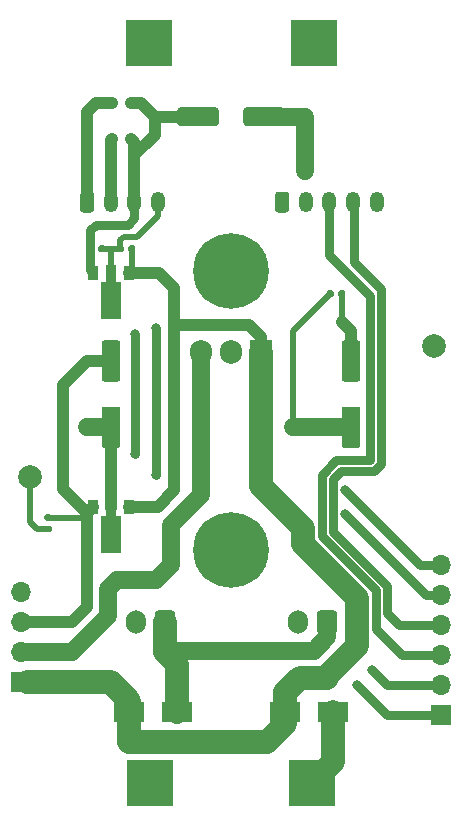
<source format=gtl>
G04 #@! TF.GenerationSoftware,KiCad,Pcbnew,(5.1.10-1-10_14)*
G04 #@! TF.CreationDate,2021-12-02T22:50:33+01:00*
G04 #@! TF.ProjectId,Power-Zauberling,506f7765-722d-45a6-9175-6265726c696e,rev?*
G04 #@! TF.SameCoordinates,Original*
G04 #@! TF.FileFunction,Copper,L1,Top*
G04 #@! TF.FilePolarity,Positive*
%FSLAX46Y46*%
G04 Gerber Fmt 4.6, Leading zero omitted, Abs format (unit mm)*
G04 Created by KiCad (PCBNEW (5.1.10-1-10_14)) date 2021-12-02 22:50:33*
%MOMM*%
%LPD*%
G01*
G04 APERTURE LIST*
G04 #@! TA.AperFunction,ComponentPad*
%ADD10C,0.800000*%
G04 #@! TD*
G04 #@! TA.AperFunction,ComponentPad*
%ADD11C,6.400000*%
G04 #@! TD*
G04 #@! TA.AperFunction,ComponentPad*
%ADD12C,2.000000*%
G04 #@! TD*
G04 #@! TA.AperFunction,ComponentPad*
%ADD13R,4.000000X4.000000*%
G04 #@! TD*
G04 #@! TA.AperFunction,ComponentPad*
%ADD14O,1.905000X2.000000*%
G04 #@! TD*
G04 #@! TA.AperFunction,ComponentPad*
%ADD15R,1.905000X2.000000*%
G04 #@! TD*
G04 #@! TA.AperFunction,ComponentPad*
%ADD16O,1.700000X1.700000*%
G04 #@! TD*
G04 #@! TA.AperFunction,ComponentPad*
%ADD17R,1.700000X1.700000*%
G04 #@! TD*
G04 #@! TA.AperFunction,SMDPad,CuDef*
%ADD18C,0.100000*%
G04 #@! TD*
G04 #@! TA.AperFunction,SMDPad,CuDef*
%ADD19R,0.900000X1.300000*%
G04 #@! TD*
G04 #@! TA.AperFunction,SMDPad,CuDef*
%ADD20R,2.500000X1.800000*%
G04 #@! TD*
G04 #@! TA.AperFunction,ComponentPad*
%ADD21O,1.200000X1.750000*%
G04 #@! TD*
G04 #@! TA.AperFunction,ComponentPad*
%ADD22O,1.700000X2.000000*%
G04 #@! TD*
G04 #@! TA.AperFunction,ViaPad*
%ADD23C,0.800000*%
G04 #@! TD*
G04 #@! TA.AperFunction,Conductor*
%ADD24C,2.000000*%
G04 #@! TD*
G04 #@! TA.AperFunction,Conductor*
%ADD25C,1.000000*%
G04 #@! TD*
G04 #@! TA.AperFunction,Conductor*
%ADD26C,0.500000*%
G04 #@! TD*
G04 #@! TA.AperFunction,Conductor*
%ADD27C,0.750000*%
G04 #@! TD*
G04 #@! TA.AperFunction,Conductor*
%ADD28C,1.500000*%
G04 #@! TD*
G04 APERTURE END LIST*
D10*
X154097056Y-86186944D03*
X152400000Y-85484000D03*
X150702944Y-86186944D03*
X150000000Y-87884000D03*
X150702944Y-89581056D03*
X152400000Y-90284000D03*
X154097056Y-89581056D03*
X154800000Y-87884000D03*
D11*
X152400000Y-87884000D03*
D10*
X154097056Y-62564944D03*
X152400000Y-61862000D03*
X150702944Y-62564944D03*
X150000000Y-64262000D03*
X150702944Y-65959056D03*
X152400000Y-66662000D03*
X154097056Y-65959056D03*
X154800000Y-64262000D03*
D11*
X152400000Y-64262000D03*
D12*
X169545000Y-70612000D03*
X135382000Y-81661000D03*
D13*
X145542000Y-107569000D03*
X159258000Y-107569000D03*
X145415000Y-44958000D03*
X159385000Y-44958000D03*
D14*
X149860000Y-71120000D03*
X152400000Y-71120000D03*
D15*
X154940000Y-71120000D03*
D16*
X134620000Y-91440000D03*
X134620000Y-93980000D03*
X134620000Y-96520000D03*
D17*
X134620000Y-99060000D03*
G04 #@! TA.AperFunction,SMDPad,CuDef*
G36*
G01*
X161090000Y-65997000D02*
X161090000Y-66337000D01*
G75*
G02*
X160950000Y-66477000I-140000J0D01*
G01*
X160670000Y-66477000D01*
G75*
G02*
X160530000Y-66337000I0J140000D01*
G01*
X160530000Y-65997000D01*
G75*
G02*
X160670000Y-65857000I140000J0D01*
G01*
X160950000Y-65857000D01*
G75*
G02*
X161090000Y-65997000I0J-140000D01*
G01*
G37*
G04 #@! TD.AperFunction*
G04 #@! TA.AperFunction,SMDPad,CuDef*
G36*
G01*
X162050000Y-65997000D02*
X162050000Y-66337000D01*
G75*
G02*
X161910000Y-66477000I-140000J0D01*
G01*
X161630000Y-66477000D01*
G75*
G02*
X161490000Y-66337000I0J140000D01*
G01*
X161490000Y-65997000D01*
G75*
G02*
X161630000Y-65857000I140000J0D01*
G01*
X161910000Y-65857000D01*
G75*
G02*
X162050000Y-65997000I0J-140000D01*
G01*
G37*
G04 #@! TD.AperFunction*
G04 #@! TA.AperFunction,SMDPad,CuDef*
D18*
G36*
X141373500Y-68340000D02*
G01*
X141373500Y-65215000D01*
X141790000Y-65215000D01*
X141790000Y-63740000D01*
X142690000Y-63740000D01*
X142690000Y-65215000D01*
X143106500Y-65215000D01*
X143106500Y-68340000D01*
X141373500Y-68340000D01*
G37*
G04 #@! TD.AperFunction*
D19*
X140740000Y-64390000D03*
X143740000Y-64390000D03*
G04 #@! TA.AperFunction,SMDPad,CuDef*
D18*
G36*
X141373500Y-88152000D02*
G01*
X141373500Y-85027000D01*
X141790000Y-85027000D01*
X141790000Y-83552000D01*
X142690000Y-83552000D01*
X142690000Y-85027000D01*
X143106500Y-85027000D01*
X143106500Y-88152000D01*
X141373500Y-88152000D01*
G37*
G04 #@! TD.AperFunction*
D19*
X140740000Y-84202000D03*
X143740000Y-84202000D03*
D20*
X161004000Y-101600000D03*
X157004000Y-101600000D03*
X147796000Y-101600000D03*
X143796000Y-101600000D03*
G04 #@! TA.AperFunction,SMDPad,CuDef*
G36*
G01*
X141170000Y-62527000D02*
X141170000Y-62187000D01*
G75*
G02*
X141310000Y-62047000I140000J0D01*
G01*
X141590000Y-62047000D01*
G75*
G02*
X141730000Y-62187000I0J-140000D01*
G01*
X141730000Y-62527000D01*
G75*
G02*
X141590000Y-62667000I-140000J0D01*
G01*
X141310000Y-62667000D01*
G75*
G02*
X141170000Y-62527000I0J140000D01*
G01*
G37*
G04 #@! TD.AperFunction*
G04 #@! TA.AperFunction,SMDPad,CuDef*
G36*
G01*
X140210000Y-62527000D02*
X140210000Y-62187000D01*
G75*
G02*
X140350000Y-62047000I140000J0D01*
G01*
X140630000Y-62047000D01*
G75*
G02*
X140770000Y-62187000I0J-140000D01*
G01*
X140770000Y-62527000D01*
G75*
G02*
X140630000Y-62667000I-140000J0D01*
G01*
X140350000Y-62667000D01*
G75*
G02*
X140210000Y-62527000I0J140000D01*
G01*
G37*
G04 #@! TD.AperFunction*
G04 #@! TA.AperFunction,SMDPad,CuDef*
G36*
G01*
X136736000Y-85798000D02*
X137076000Y-85798000D01*
G75*
G02*
X137216000Y-85938000I0J-140000D01*
G01*
X137216000Y-86218000D01*
G75*
G02*
X137076000Y-86358000I-140000J0D01*
G01*
X136736000Y-86358000D01*
G75*
G02*
X136596000Y-86218000I0J140000D01*
G01*
X136596000Y-85938000D01*
G75*
G02*
X136736000Y-85798000I140000J0D01*
G01*
G37*
G04 #@! TD.AperFunction*
G04 #@! TA.AperFunction,SMDPad,CuDef*
G36*
G01*
X136736000Y-84838000D02*
X137076000Y-84838000D01*
G75*
G02*
X137216000Y-84978000I0J-140000D01*
G01*
X137216000Y-85258000D01*
G75*
G02*
X137076000Y-85398000I-140000J0D01*
G01*
X136736000Y-85398000D01*
G75*
G02*
X136596000Y-85258000I0J140000D01*
G01*
X136596000Y-84978000D01*
G75*
G02*
X136736000Y-84838000I140000J0D01*
G01*
G37*
G04 #@! TD.AperFunction*
G04 #@! TA.AperFunction,SMDPad,CuDef*
G36*
G01*
X153450000Y-51731000D02*
X153450000Y-50631000D01*
G75*
G02*
X153700000Y-50381000I250000J0D01*
G01*
X156700000Y-50381000D01*
G75*
G02*
X156950000Y-50631000I0J-250000D01*
G01*
X156950000Y-51731000D01*
G75*
G02*
X156700000Y-51981000I-250000J0D01*
G01*
X153700000Y-51981000D01*
G75*
G02*
X153450000Y-51731000I0J250000D01*
G01*
G37*
G04 #@! TD.AperFunction*
G04 #@! TA.AperFunction,SMDPad,CuDef*
G36*
G01*
X147850000Y-51731000D02*
X147850000Y-50631000D01*
G75*
G02*
X148100000Y-50381000I250000J0D01*
G01*
X151100000Y-50381000D01*
G75*
G02*
X151350000Y-50631000I0J-250000D01*
G01*
X151350000Y-51731000D01*
G75*
G02*
X151100000Y-51981000I-250000J0D01*
G01*
X148100000Y-51981000D01*
G75*
G02*
X147850000Y-51731000I0J250000D01*
G01*
G37*
G04 #@! TD.AperFunction*
G04 #@! TA.AperFunction,SMDPad,CuDef*
G36*
G01*
X162010000Y-75726000D02*
X163110000Y-75726000D01*
G75*
G02*
X163360000Y-75976000I0J-250000D01*
G01*
X163360000Y-78976000D01*
G75*
G02*
X163110000Y-79226000I-250000J0D01*
G01*
X162010000Y-79226000D01*
G75*
G02*
X161760000Y-78976000I0J250000D01*
G01*
X161760000Y-75976000D01*
G75*
G02*
X162010000Y-75726000I250000J0D01*
G01*
G37*
G04 #@! TD.AperFunction*
G04 #@! TA.AperFunction,SMDPad,CuDef*
G36*
G01*
X162010000Y-70126000D02*
X163110000Y-70126000D01*
G75*
G02*
X163360000Y-70376000I0J-250000D01*
G01*
X163360000Y-73376000D01*
G75*
G02*
X163110000Y-73626000I-250000J0D01*
G01*
X162010000Y-73626000D01*
G75*
G02*
X161760000Y-73376000I0J250000D01*
G01*
X161760000Y-70376000D01*
G75*
G02*
X162010000Y-70126000I250000J0D01*
G01*
G37*
G04 #@! TD.AperFunction*
G04 #@! TA.AperFunction,SMDPad,CuDef*
G36*
G01*
X143310000Y-62187000D02*
X143310000Y-62527000D01*
G75*
G02*
X143170000Y-62667000I-140000J0D01*
G01*
X142890000Y-62667000D01*
G75*
G02*
X142750000Y-62527000I0J140000D01*
G01*
X142750000Y-62187000D01*
G75*
G02*
X142890000Y-62047000I140000J0D01*
G01*
X143170000Y-62047000D01*
G75*
G02*
X143310000Y-62187000I0J-140000D01*
G01*
G37*
G04 #@! TD.AperFunction*
G04 #@! TA.AperFunction,SMDPad,CuDef*
G36*
G01*
X144270000Y-62187000D02*
X144270000Y-62527000D01*
G75*
G02*
X144130000Y-62667000I-140000J0D01*
G01*
X143850000Y-62667000D01*
G75*
G02*
X143710000Y-62527000I0J140000D01*
G01*
X143710000Y-62187000D01*
G75*
G02*
X143850000Y-62047000I140000J0D01*
G01*
X144130000Y-62047000D01*
G75*
G02*
X144270000Y-62187000I0J-140000D01*
G01*
G37*
G04 #@! TD.AperFunction*
G04 #@! TA.AperFunction,SMDPad,CuDef*
G36*
G01*
X141690000Y-75726000D02*
X142790000Y-75726000D01*
G75*
G02*
X143040000Y-75976000I0J-250000D01*
G01*
X143040000Y-78976000D01*
G75*
G02*
X142790000Y-79226000I-250000J0D01*
G01*
X141690000Y-79226000D01*
G75*
G02*
X141440000Y-78976000I0J250000D01*
G01*
X141440000Y-75976000D01*
G75*
G02*
X141690000Y-75726000I250000J0D01*
G01*
G37*
G04 #@! TD.AperFunction*
G04 #@! TA.AperFunction,SMDPad,CuDef*
G36*
G01*
X141690000Y-70126000D02*
X142790000Y-70126000D01*
G75*
G02*
X143040000Y-70376000I0J-250000D01*
G01*
X143040000Y-73376000D01*
G75*
G02*
X142790000Y-73626000I-250000J0D01*
G01*
X141690000Y-73626000D01*
G75*
G02*
X141440000Y-73376000I0J250000D01*
G01*
X141440000Y-70376000D01*
G75*
G02*
X141690000Y-70126000I250000J0D01*
G01*
G37*
G04 #@! TD.AperFunction*
G04 #@! TA.AperFunction,SMDPad,CuDef*
G36*
G01*
X143554000Y-50313000D02*
X143554000Y-49763000D01*
G75*
G02*
X143754000Y-49563000I200000J0D01*
G01*
X144154000Y-49563000D01*
G75*
G02*
X144354000Y-49763000I0J-200000D01*
G01*
X144354000Y-50313000D01*
G75*
G02*
X144154000Y-50513000I-200000J0D01*
G01*
X143754000Y-50513000D01*
G75*
G02*
X143554000Y-50313000I0J200000D01*
G01*
G37*
G04 #@! TD.AperFunction*
G04 #@! TA.AperFunction,SMDPad,CuDef*
G36*
G01*
X141904000Y-50313000D02*
X141904000Y-49763000D01*
G75*
G02*
X142104000Y-49563000I200000J0D01*
G01*
X142504000Y-49563000D01*
G75*
G02*
X142704000Y-49763000I0J-200000D01*
G01*
X142704000Y-50313000D01*
G75*
G02*
X142504000Y-50513000I-200000J0D01*
G01*
X142104000Y-50513000D01*
G75*
G02*
X141904000Y-50313000I0J200000D01*
G01*
G37*
G04 #@! TD.AperFunction*
G04 #@! TA.AperFunction,SMDPad,CuDef*
G36*
G01*
X143554000Y-53361000D02*
X143554000Y-52811000D01*
G75*
G02*
X143754000Y-52611000I200000J0D01*
G01*
X144154000Y-52611000D01*
G75*
G02*
X144354000Y-52811000I0J-200000D01*
G01*
X144354000Y-53361000D01*
G75*
G02*
X144154000Y-53561000I-200000J0D01*
G01*
X143754000Y-53561000D01*
G75*
G02*
X143554000Y-53361000I0J200000D01*
G01*
G37*
G04 #@! TD.AperFunction*
G04 #@! TA.AperFunction,SMDPad,CuDef*
G36*
G01*
X141904000Y-53361000D02*
X141904000Y-52811000D01*
G75*
G02*
X142104000Y-52611000I200000J0D01*
G01*
X142504000Y-52611000D01*
G75*
G02*
X142704000Y-52811000I0J-200000D01*
G01*
X142704000Y-53361000D01*
G75*
G02*
X142504000Y-53561000I-200000J0D01*
G01*
X142104000Y-53561000D01*
G75*
G02*
X141904000Y-53361000I0J200000D01*
G01*
G37*
G04 #@! TD.AperFunction*
D21*
X146208000Y-58420000D03*
X144208000Y-58420000D03*
X142208000Y-58420000D03*
G04 #@! TA.AperFunction,ComponentPad*
G36*
G01*
X139608000Y-59045001D02*
X139608000Y-57794999D01*
G75*
G02*
X139857999Y-57545000I249999J0D01*
G01*
X140558001Y-57545000D01*
G75*
G02*
X140808000Y-57794999I0J-249999D01*
G01*
X140808000Y-59045001D01*
G75*
G02*
X140558001Y-59295000I-249999J0D01*
G01*
X139857999Y-59295000D01*
G75*
G02*
X139608000Y-59045001I0J249999D01*
G01*
G37*
G04 #@! TD.AperFunction*
X164718000Y-58420000D03*
X162718000Y-58420000D03*
X160718000Y-58420000D03*
X158718000Y-58420000D03*
G04 #@! TA.AperFunction,ComponentPad*
G36*
G01*
X156118000Y-59045001D02*
X156118000Y-57794999D01*
G75*
G02*
X156367999Y-57545000I249999J0D01*
G01*
X157068001Y-57545000D01*
G75*
G02*
X157318000Y-57794999I0J-249999D01*
G01*
X157318000Y-59045001D01*
G75*
G02*
X157068001Y-59295000I-249999J0D01*
G01*
X156367999Y-59295000D01*
G75*
G02*
X156118000Y-59045001I0J249999D01*
G01*
G37*
G04 #@! TD.AperFunction*
D22*
X158028000Y-93980000D03*
G04 #@! TA.AperFunction,ComponentPad*
G36*
G01*
X161378000Y-93230000D02*
X161378000Y-94730000D01*
G75*
G02*
X161128000Y-94980000I-250000J0D01*
G01*
X159928000Y-94980000D01*
G75*
G02*
X159678000Y-94730000I0J250000D01*
G01*
X159678000Y-93230000D01*
G75*
G02*
X159928000Y-92980000I250000J0D01*
G01*
X161128000Y-92980000D01*
G75*
G02*
X161378000Y-93230000I0J-250000D01*
G01*
G37*
G04 #@! TD.AperFunction*
D16*
X170180000Y-89154000D03*
X170180000Y-91694000D03*
X170180000Y-94234000D03*
X170180000Y-96774000D03*
X170180000Y-99314000D03*
D17*
X170180000Y-101854000D03*
D22*
X144312000Y-93980000D03*
G04 #@! TA.AperFunction,ComponentPad*
G36*
G01*
X147662000Y-93230000D02*
X147662000Y-94730000D01*
G75*
G02*
X147412000Y-94980000I-250000J0D01*
G01*
X146212000Y-94980000D01*
G75*
G02*
X145962000Y-94730000I0J250000D01*
G01*
X145962000Y-93230000D01*
G75*
G02*
X146212000Y-92980000I250000J0D01*
G01*
X147412000Y-92980000D01*
G75*
G02*
X147662000Y-93230000I0J-250000D01*
G01*
G37*
G04 #@! TD.AperFunction*
D23*
X145669000Y-84201000D03*
X161798000Y-68580000D03*
X164338000Y-98044000D03*
X146050000Y-69088000D03*
X146050000Y-81534000D03*
X162052000Y-84836000D03*
X144272000Y-69596000D03*
X144272000Y-79756000D03*
X162052000Y-82804000D03*
X162052000Y-82804000D03*
X163068000Y-99314000D03*
X157607000Y-77470000D03*
X140208000Y-77470000D03*
X158623000Y-55753000D03*
D24*
X143764000Y-101632000D02*
X143796000Y-101600000D01*
X155448000Y-104140000D02*
X143764000Y-104140000D01*
X157004000Y-102584000D02*
X155448000Y-104140000D01*
X143764000Y-104140000D02*
X143764000Y-101632000D01*
D25*
X143796000Y-100616000D02*
X143796000Y-101600000D01*
X157004000Y-101600000D02*
X157004000Y-101060000D01*
D26*
X143994000Y-62361000D02*
X143990000Y-62357000D01*
D24*
X135128000Y-99060000D02*
X142240000Y-99060000D01*
X142240000Y-99060000D02*
X143796000Y-100616000D01*
D25*
X143741000Y-84201000D02*
X143740000Y-84202000D01*
X145669000Y-84201000D02*
X143741000Y-84201000D01*
X147574000Y-68834000D02*
X147574000Y-65659000D01*
X146305000Y-64390000D02*
X143740000Y-64390000D01*
X147574000Y-65659000D02*
X146305000Y-64390000D01*
D24*
X154940000Y-71247000D02*
X154940000Y-71120000D01*
D25*
X154940000Y-71120000D02*
X154940000Y-69850000D01*
X153924000Y-68834000D02*
X147574000Y-68834000D01*
X154940000Y-69850000D02*
X153924000Y-68834000D01*
X147574000Y-68834000D02*
X147574000Y-82804000D01*
X146177000Y-84201000D02*
X145669000Y-84201000D01*
X147574000Y-82804000D02*
X146177000Y-84201000D01*
D26*
X143990000Y-64140000D02*
X143740000Y-64390000D01*
X143990000Y-62357000D02*
X143990000Y-64140000D01*
D24*
X154940000Y-82423000D02*
X154940000Y-71120000D01*
X158496000Y-87376000D02*
X158496000Y-85979000D01*
X163068000Y-91948000D02*
X158496000Y-87376000D01*
X163068000Y-96012000D02*
X163068000Y-91948000D01*
X158496000Y-85979000D02*
X154940000Y-82423000D01*
X160519176Y-98679000D02*
X160519176Y-98560824D01*
X157004000Y-99917000D02*
X158242000Y-98679000D01*
X160519176Y-98560824D02*
X163068000Y-96012000D01*
X158242000Y-98679000D02*
X160519176Y-98679000D01*
X157004000Y-101600000D02*
X157004000Y-99917000D01*
D25*
X140208000Y-84734000D02*
X140740000Y-84202000D01*
X140208000Y-92710000D02*
X140208000Y-84734000D01*
X138938000Y-93980000D02*
X140208000Y-92710000D01*
X135128000Y-93980000D02*
X138938000Y-93980000D01*
D26*
X139824000Y-85118000D02*
X140208000Y-84734000D01*
X136906000Y-85118000D02*
X139824000Y-85118000D01*
D25*
X140722000Y-71876000D02*
X142240000Y-71876000D01*
X140722000Y-71876000D02*
X140468000Y-71876000D01*
X140722000Y-71876000D02*
X140214000Y-71876000D01*
X140214000Y-71876000D02*
X138176000Y-73914000D01*
X138176000Y-82702000D02*
X140208000Y-84734000D01*
X138176000Y-73914000D02*
X138176000Y-82702000D01*
D27*
X140490000Y-64140000D02*
X140490000Y-62357000D01*
X140740000Y-64390000D02*
X140490000Y-64140000D01*
X140490000Y-62357000D02*
X140490000Y-60805000D01*
X140490000Y-60805000D02*
X140970000Y-60325000D01*
X140970000Y-60325000D02*
X143637000Y-60325000D01*
X143637000Y-60325000D02*
X144208500Y-59753500D01*
X144208000Y-59753000D02*
X144208000Y-58420000D01*
X144208500Y-59753500D02*
X144208000Y-59753000D01*
D25*
X144208000Y-53340000D02*
X143954000Y-53086000D01*
X143954000Y-50038000D02*
X144780000Y-50038000D01*
X145923000Y-51181000D02*
X149600000Y-51181000D01*
X144780000Y-50038000D02*
X145923000Y-51181000D01*
X145923000Y-51181000D02*
X145923000Y-52705000D01*
X145923000Y-52705000D02*
X144208000Y-54420000D01*
X144208000Y-54420000D02*
X144208000Y-53340000D01*
X144208000Y-58420000D02*
X144208000Y-54420000D01*
X162560000Y-71876000D02*
X162560000Y-69342000D01*
X162560000Y-69342000D02*
X161798000Y-68580000D01*
X161798000Y-68580000D02*
X161798000Y-68580000D01*
D28*
X142748000Y-90424000D02*
X146050000Y-90424000D01*
X141986000Y-91186000D02*
X142748000Y-90424000D01*
X146050000Y-90424000D02*
X147320000Y-89154000D01*
X135128000Y-96520000D02*
X138938000Y-96520000D01*
X141986000Y-93472000D02*
X141986000Y-91186000D01*
X138938000Y-96520000D02*
X141986000Y-93472000D01*
X149860000Y-71120000D02*
X149860000Y-83185000D01*
X147320000Y-85725000D02*
X147320000Y-89154000D01*
X149860000Y-83185000D02*
X147320000Y-85725000D01*
D26*
X161798000Y-66195000D02*
X161770000Y-66167000D01*
X161798000Y-68580000D02*
X161798000Y-66195000D01*
D27*
X170180000Y-99314000D02*
X165608000Y-99314000D01*
X165608000Y-99314000D02*
X164338000Y-98044000D01*
X164338000Y-98044000D02*
X164338000Y-98044000D01*
D25*
X142208000Y-53182000D02*
X142304000Y-53086000D01*
X142208000Y-58420000D02*
X142208000Y-53182000D01*
D27*
X146050000Y-69088000D02*
X146050000Y-81534000D01*
X146050000Y-81534000D02*
X146050000Y-81534000D01*
X162052000Y-84836000D02*
X168910000Y-91694000D01*
X168910000Y-91694000D02*
X170180000Y-91694000D01*
D25*
X140208000Y-58420000D02*
X140208000Y-50800000D01*
X140970000Y-50038000D02*
X142304000Y-50038000D01*
X140208000Y-50800000D02*
X140970000Y-50038000D01*
D27*
X144272000Y-69596000D02*
X144272000Y-79756000D01*
X144272000Y-79756000D02*
X144272000Y-79756000D01*
X162052000Y-82804000D02*
X168402000Y-89154000D01*
X168402000Y-89154000D02*
X170180000Y-89154000D01*
D24*
X147796000Y-101600000D02*
X147796000Y-97568000D01*
X147796000Y-97568000D02*
X147828000Y-97536000D01*
X146812000Y-93980000D02*
X146812000Y-96520000D01*
X146812000Y-96520000D02*
X147828000Y-97536000D01*
D28*
X159385000Y-96393000D02*
X146939000Y-96393000D01*
X146939000Y-96393000D02*
X146812000Y-96520000D01*
X160528000Y-95250000D02*
X159385000Y-96393000D01*
X160528000Y-93980000D02*
X160528000Y-95250000D01*
D24*
X161004000Y-105823000D02*
X159258000Y-107569000D01*
X161004000Y-101600000D02*
X161004000Y-105823000D01*
D27*
X168983516Y-94234000D02*
X170180000Y-94234000D01*
X165593020Y-90902103D02*
X165593020Y-93203020D01*
X161036000Y-86345084D02*
X165593020Y-90902103D01*
X161036000Y-81861516D02*
X161036000Y-86345084D01*
X165593020Y-93203020D02*
X166624000Y-94234000D01*
X161683506Y-81214010D02*
X161036000Y-81861516D01*
X165085019Y-67041019D02*
X165100000Y-67056000D01*
X164477507Y-81214010D02*
X161683506Y-81214010D01*
X165100000Y-80591517D02*
X164477507Y-81214010D01*
X165085019Y-65771019D02*
X165085019Y-67041019D01*
X166624000Y-94234000D02*
X168983516Y-94234000D01*
X162814000Y-63500000D02*
X165085019Y-65771019D01*
X165100000Y-67056000D02*
X165100000Y-80591517D01*
X162814000Y-58516000D02*
X162814000Y-63500000D01*
X162718000Y-58420000D02*
X162814000Y-58516000D01*
X166878000Y-96774000D02*
X170180000Y-96774000D01*
X164643010Y-94539010D02*
X166878000Y-96774000D01*
X164643010Y-91295610D02*
X164643010Y-94539010D01*
X160071010Y-81482990D02*
X160071010Y-86723610D01*
X161290000Y-80264000D02*
X160071010Y-81482990D01*
X160071010Y-86723610D02*
X164643010Y-91295610D01*
X160718000Y-58420000D02*
X160718000Y-62928000D01*
X164084000Y-80264000D02*
X161290000Y-80264000D01*
X160718000Y-62928000D02*
X164135009Y-66345009D01*
X164135009Y-66345009D02*
X164135009Y-80212991D01*
X164135009Y-80212991D02*
X164084000Y-80264000D01*
X170180000Y-101854000D02*
X165608000Y-101854000D01*
X165608000Y-101854000D02*
X163068000Y-99314000D01*
X163068000Y-99314000D02*
X163068000Y-99314000D01*
D26*
X142240000Y-84668002D02*
X142240000Y-84289500D01*
D25*
X142240000Y-84289500D02*
X142240000Y-77476000D01*
D28*
X155200000Y-51181000D02*
X158623000Y-51181000D01*
X158623000Y-51181000D02*
X158623000Y-55753000D01*
X158623000Y-55753000D02*
X158623000Y-55753000D01*
D26*
X160810000Y-66167000D02*
X160782000Y-66167000D01*
X157607000Y-69342000D02*
X157607000Y-77470000D01*
X160782000Y-66167000D02*
X157607000Y-69342000D01*
X143030000Y-62357000D02*
X143030000Y-61630500D01*
X143030000Y-61630500D02*
X143319500Y-61341000D01*
X143319500Y-61341000D02*
X144462500Y-61341000D01*
X146208000Y-59595500D02*
X146208000Y-58420000D01*
X144462500Y-61341000D02*
X146208000Y-59595500D01*
X143030000Y-62357000D02*
X142240000Y-62357000D01*
X141450000Y-62357000D02*
X142240000Y-62357000D01*
X142240000Y-62357000D02*
X142240000Y-64477500D01*
D28*
X142234000Y-77470000D02*
X142240000Y-77476000D01*
X140208000Y-77470000D02*
X142234000Y-77470000D01*
X162554000Y-77470000D02*
X162560000Y-77476000D01*
X157607000Y-77470000D02*
X162554000Y-77470000D01*
D26*
X136906000Y-86078000D02*
X135989000Y-86078000D01*
X135382000Y-85471000D02*
X135382000Y-81661000D01*
X135989000Y-86078000D02*
X135382000Y-85471000D01*
M02*

</source>
